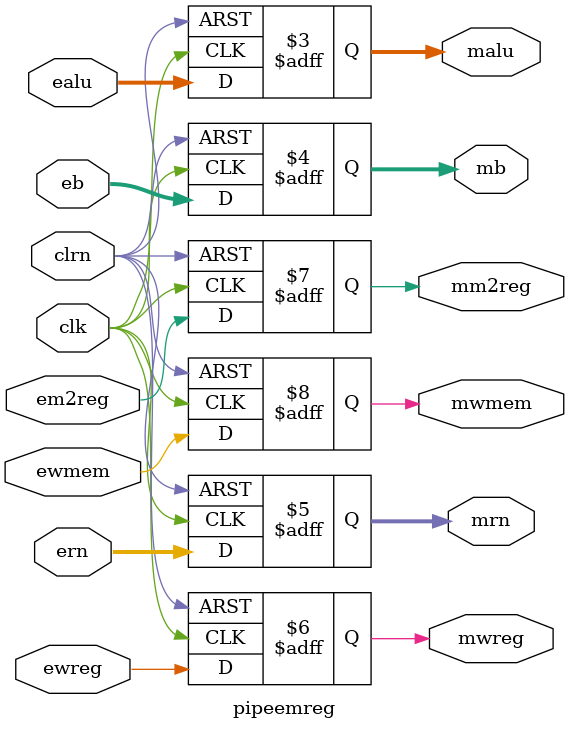
<source format=v>
`timescale 1ns / 1ps
module pipeemreg (ewreg, em2reg, ewmem, ealu, eb, ern, clk, clrn,
                    mwreg, mm2reg, mwmem, malu, mb, mrn);// pipe EXE MEM reg
    input [31:0] ealu, eb;
    input [4:0] ern;
    input ewreg, em2reg, ewmem; //from EXE stage
    input clk, clrn;
    output [31:0] malu, mb;
    output [4:0] mrn;
    output mwreg, mm2reg, mwmem; //to MEM stage
    reg [31:0] malu, mb;
    reg [4:0] mrn;
    reg mwreg, mm2reg, mwmem;
    always @(negedge clrn or posedge clk) begin
        if (clrn == 0) begin
            mwreg <= 0; mm2reg <= 0;
            mwmem <= 0; malu <= 0;
            mb <= 0; mrn <= 0;
        end else begin
            mwreg <= ewreg; mm2reg <= em2reg;
            mwmem <= ewmem; malu <= ealu;
            mb <= eb; mrn <= ern;
        end
    end
    
endmodule
</source>
